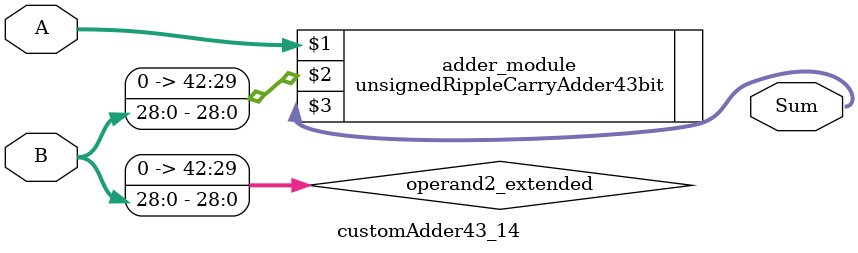
<source format=v>
module customAdder43_14(
                        input [42 : 0] A,
                        input [28 : 0] B,
                        
                        output [43 : 0] Sum
                );

        wire [42 : 0] operand2_extended;
        
        assign operand2_extended =  {14'b0, B};
        
        unsignedRippleCarryAdder43bit adder_module(
            A,
            operand2_extended,
            Sum
        );
        
        endmodule
        
</source>
